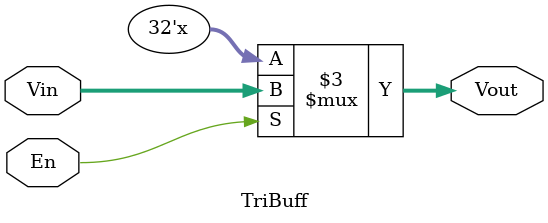
<source format=v>
`timescale 1ns / 1ps


module TriBuff #(
        parameter N = 32
    )
    (
        Vin,
        En,
        Vout
    );
    
    input [N-1:0] Vin;
    input En;
    output reg [N-1:0] Vout;
    
    always @(Vin, En) begin
        if (En) 
            Vout <= Vin;
        else
            Vout <= {N{1'bZ}};
    end
endmodule

</source>
